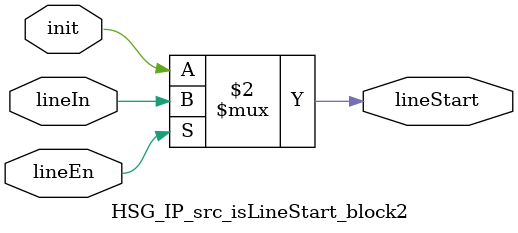
<source format=v>



`timescale 1 ns / 1 ns

module HSG_IP_src_isLineStart_block2
          (lineEn,
           lineIn,
           init,
           lineStart);


  input   lineEn;
  input   lineIn;
  input   init;
  output  lineStart;



  assign lineStart = (lineEn == 1'b0 ? init :
              lineIn);



endmodule  // HSG_IP_src_isLineStart_block2


</source>
